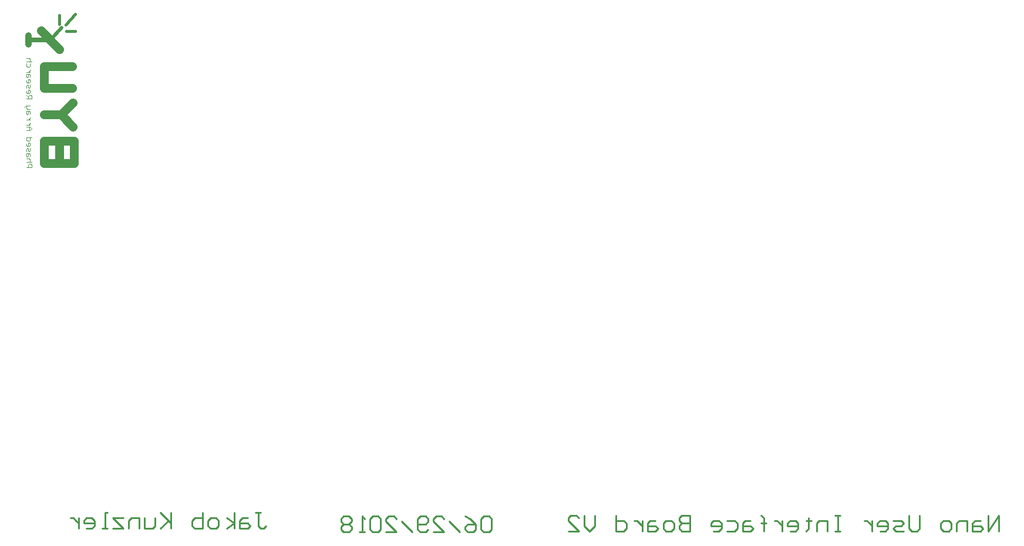
<source format=gbo>
G04*
G04 #@! TF.GenerationSoftware,Altium Limited,Altium Designer,18.1.7 (191)*
G04*
G04 Layer_Color=32896*
%FSLAX25Y25*%
%MOIN*%
G70*
G01*
G75*
%ADD12C,0.01000*%
%ADD14C,0.05000*%
%ADD15C,0.01500*%
%ADD32C,0.02500*%
%ADD44C,0.02000*%
%ADD45C,0.03500*%
%ADD46C,0.00400*%
D12*
X561500Y3500D02*
Y12497D01*
X555502Y3500D01*
Y12497D01*
X551003Y9498D02*
X548004D01*
X546505Y7999D01*
Y3500D01*
X551003D01*
X552503Y5000D01*
X551003Y6499D01*
X546505D01*
X543506Y3500D02*
Y9498D01*
X539007D01*
X537508Y7999D01*
Y3500D01*
X533009D02*
X530010D01*
X528511Y5000D01*
Y7999D01*
X530010Y9498D01*
X533009D01*
X534509Y7999D01*
Y5000D01*
X533009Y3500D01*
X516514Y12497D02*
Y5000D01*
X515015Y3500D01*
X512016D01*
X510517Y5000D01*
Y12497D01*
X507517Y3500D02*
X503019D01*
X501519Y5000D01*
X503019Y6499D01*
X506018D01*
X507517Y7999D01*
X506018Y9498D01*
X501519D01*
X494022Y3500D02*
X497021D01*
X498520Y5000D01*
Y7999D01*
X497021Y9498D01*
X494022D01*
X492522Y7999D01*
Y6499D01*
X498520D01*
X489523Y9498D02*
Y3500D01*
Y6499D01*
X488024Y7999D01*
X486524Y9498D01*
X485025D01*
X471529Y12497D02*
X468530D01*
X470030D01*
Y3500D01*
X471529D01*
X468530D01*
X464032D02*
Y9498D01*
X459533D01*
X458034Y7999D01*
Y3500D01*
X453535Y10998D02*
Y9498D01*
X455034D01*
X452035D01*
X453535D01*
Y5000D01*
X452035Y3500D01*
X443038D02*
X446037D01*
X447537Y5000D01*
Y7999D01*
X446037Y9498D01*
X443038D01*
X441539Y7999D01*
Y6499D01*
X447537D01*
X438540Y9498D02*
Y3500D01*
Y6499D01*
X437040Y7999D01*
X435541Y9498D01*
X434041D01*
X428043Y3500D02*
Y10998D01*
Y7999D01*
X429543D01*
X426544D01*
X428043D01*
Y10998D01*
X426544Y12497D01*
X420546Y9498D02*
X417547D01*
X416047Y7999D01*
Y3500D01*
X420546D01*
X422045Y5000D01*
X420546Y6499D01*
X416047D01*
X407050Y9498D02*
X411549D01*
X413048Y7999D01*
Y5000D01*
X411549Y3500D01*
X407050D01*
X399552D02*
X402551D01*
X404051Y5000D01*
Y7999D01*
X402551Y9498D01*
X399552D01*
X398053Y7999D01*
Y6499D01*
X404051D01*
X386057Y12497D02*
Y3500D01*
X381558D01*
X380059Y5000D01*
Y6499D01*
X381558Y7999D01*
X386057D01*
X381558D01*
X380059Y9498D01*
Y10998D01*
X381558Y12497D01*
X386057D01*
X375560Y3500D02*
X372561D01*
X371062Y5000D01*
Y7999D01*
X372561Y9498D01*
X375560D01*
X377060Y7999D01*
Y5000D01*
X375560Y3500D01*
X366563Y9498D02*
X363564D01*
X362065Y7999D01*
Y3500D01*
X366563D01*
X368063Y5000D01*
X366563Y6499D01*
X362065D01*
X359066Y9498D02*
Y3500D01*
Y6499D01*
X357566Y7999D01*
X356066Y9498D01*
X354567D01*
X344070Y12497D02*
Y3500D01*
X348569D01*
X350068Y5000D01*
Y7999D01*
X348569Y9498D01*
X344070D01*
X332074Y12497D02*
Y6499D01*
X329075Y3500D01*
X326076Y6499D01*
Y12497D01*
X317079Y3500D02*
X323077D01*
X317079Y9498D01*
Y10998D01*
X318579Y12497D01*
X321578D01*
X323077Y10998D01*
X273500Y10498D02*
X272001Y11997D01*
X269002D01*
X267502Y10498D01*
Y4499D01*
X269002Y3000D01*
X272001D01*
X273500Y4499D01*
Y10498D01*
X258505Y11997D02*
X261504Y10498D01*
X264503Y7499D01*
Y4499D01*
X263003Y3000D01*
X260004D01*
X258505Y4499D01*
Y5999D01*
X260004Y7499D01*
X264503D01*
X255506Y3000D02*
X249508Y8998D01*
X240511Y3000D02*
X246509D01*
X240511Y8998D01*
Y10498D01*
X242010Y11997D01*
X245009D01*
X246509Y10498D01*
X237512Y4499D02*
X236012Y3000D01*
X233013D01*
X231514Y4499D01*
Y10498D01*
X233013Y11997D01*
X236012D01*
X237512Y10498D01*
Y8998D01*
X236012Y7499D01*
X231514D01*
X228515Y3000D02*
X222516Y8998D01*
X213519Y3000D02*
X219517D01*
X213519Y8998D01*
Y10498D01*
X215019Y11997D01*
X218018D01*
X219517Y10498D01*
X210520D02*
X209021Y11997D01*
X206022D01*
X204522Y10498D01*
Y4499D01*
X206022Y3000D01*
X209021D01*
X210520Y4499D01*
Y10498D01*
X201523Y3000D02*
X198524D01*
X200024D01*
Y11997D01*
X201523Y10498D01*
X194026D02*
X192526Y11997D01*
X189527D01*
X188028Y10498D01*
Y8998D01*
X189527Y7499D01*
X188028Y5999D01*
Y4499D01*
X189527Y3000D01*
X192526D01*
X194026Y4499D01*
Y5999D01*
X192526Y7499D01*
X194026Y8998D01*
Y10498D01*
X192526Y7499D02*
X189527D01*
X139502Y13997D02*
X142501D01*
X141001D01*
Y6499D01*
X142501Y5000D01*
X144000D01*
X145500Y6499D01*
X135003Y10998D02*
X132004D01*
X130505Y9499D01*
Y5000D01*
X135003D01*
X136503Y6499D01*
X135003Y7999D01*
X130505D01*
X127506Y5000D02*
Y13997D01*
Y7999D02*
X123007Y10998D01*
X127506Y7999D02*
X123007Y5000D01*
X117009D02*
X114010D01*
X112511Y6499D01*
Y9499D01*
X114010Y10998D01*
X117009D01*
X118509Y9499D01*
Y6499D01*
X117009Y5000D01*
X109512Y13997D02*
Y5000D01*
X105013D01*
X103514Y6499D01*
Y7999D01*
Y9499D01*
X105013Y10998D01*
X109512D01*
X91518Y13997D02*
Y5000D01*
Y7999D01*
X85519Y13997D01*
X90018Y9499D01*
X85519Y5000D01*
X82520Y10998D02*
Y6499D01*
X81021Y5000D01*
X76522D01*
Y10998D01*
X73523Y5000D02*
Y10998D01*
X69025D01*
X67525Y9499D01*
Y5000D01*
X64526Y10998D02*
X58528D01*
X64526Y5000D01*
X58528D01*
X55529D02*
X52530D01*
X54030D01*
Y13997D01*
X55529D01*
X43533Y5000D02*
X46532D01*
X48031Y6499D01*
Y9499D01*
X46532Y10998D01*
X43533D01*
X42033Y9499D01*
Y7999D01*
X48031D01*
X39034Y10998D02*
Y5000D01*
Y7999D01*
X37535Y9499D01*
X36035Y10998D01*
X34536D01*
D14*
X29000Y240000D02*
X35717Y246718D01*
X29000Y240000D02*
X35717Y233282D01*
X28000Y225000D02*
X36500D01*
X28000Y212500D02*
Y225000D01*
X19500D02*
X28000D01*
X19500Y212500D02*
X36500D01*
Y225000D01*
X19500Y212500D02*
Y225000D01*
Y240000D02*
X29000D01*
X19500Y255000D02*
X35500D01*
X19500D02*
Y267500D01*
X35500D01*
X17933Y287740D02*
X28067Y277260D01*
D15*
X28000Y291500D02*
Y296500D01*
X31755Y291085D02*
X37000Y297000D01*
X32000Y287500D02*
X37000D01*
D32*
X10500Y282500D02*
X23000D01*
D44*
X29585Y289306D01*
D45*
X10500Y280000D02*
Y285000D01*
D46*
X9500Y210000D02*
X12499D01*
Y211500D01*
X11999Y211999D01*
X11000D01*
X10500Y211500D01*
Y210000D01*
X12499Y212999D02*
X9500D01*
X11000D01*
X11499Y213499D01*
Y214498D01*
X11000Y214998D01*
X9500D01*
X11499Y216498D02*
Y217498D01*
X11000Y217997D01*
X9500D01*
Y216498D01*
X10000Y215998D01*
X10500Y216498D01*
Y217997D01*
X9500Y218997D02*
Y220497D01*
X10000Y220996D01*
X10500Y220497D01*
Y219497D01*
X11000Y218997D01*
X11499Y219497D01*
Y220996D01*
X9500Y223496D02*
Y222496D01*
X10000Y221996D01*
X11000D01*
X11499Y222496D01*
Y223496D01*
X11000Y223995D01*
X10500D01*
Y221996D01*
X12499Y226994D02*
X9500D01*
Y225495D01*
X10000Y224995D01*
X11000D01*
X11499Y225495D01*
Y226994D01*
X9500Y230993D02*
X11499D01*
X12499Y231993D01*
X11499Y232993D01*
X9500D01*
X11000D01*
Y230993D01*
X11499Y233992D02*
X9500D01*
X10500D01*
X11000Y234492D01*
X11499Y234992D01*
Y235492D01*
Y236991D02*
X9500D01*
X10500D01*
X11000Y237491D01*
X11499Y237991D01*
Y238491D01*
Y240490D02*
Y241490D01*
X11000Y241990D01*
X9500D01*
Y240490D01*
X10000Y239990D01*
X10500Y240490D01*
Y241990D01*
X11499Y242989D02*
X10000D01*
X9500Y243489D01*
Y244989D01*
X9000D01*
X8500Y244489D01*
Y243989D01*
X9500Y244989D02*
X11499D01*
X9500Y248987D02*
X12499D01*
Y250487D01*
X11999Y250987D01*
X11000D01*
X10500Y250487D01*
Y248987D01*
Y249987D02*
X9500Y250987D01*
Y253486D02*
Y252486D01*
X10000Y251986D01*
X11000D01*
X11499Y252486D01*
Y253486D01*
X11000Y253986D01*
X10500D01*
Y251986D01*
X9500Y254985D02*
Y256485D01*
X10000Y256985D01*
X10500Y256485D01*
Y255485D01*
X11000Y254985D01*
X11499Y255485D01*
Y256985D01*
X9500Y259484D02*
Y258484D01*
X10000Y257984D01*
X11000D01*
X11499Y258484D01*
Y259484D01*
X11000Y259984D01*
X10500D01*
Y257984D01*
X11499Y261483D02*
Y262483D01*
X11000Y262983D01*
X9500D01*
Y261483D01*
X10000Y260983D01*
X10500Y261483D01*
Y262983D01*
X11499Y263983D02*
X9500D01*
X10500D01*
X11000Y264482D01*
X11499Y264982D01*
Y265482D01*
Y268981D02*
Y267481D01*
X11000Y266982D01*
X10000D01*
X9500Y267481D01*
Y268981D01*
X12499Y269981D02*
X9500D01*
X11000D01*
X11499Y270480D01*
Y271480D01*
X11000Y271980D01*
X9500D01*
M02*

</source>
